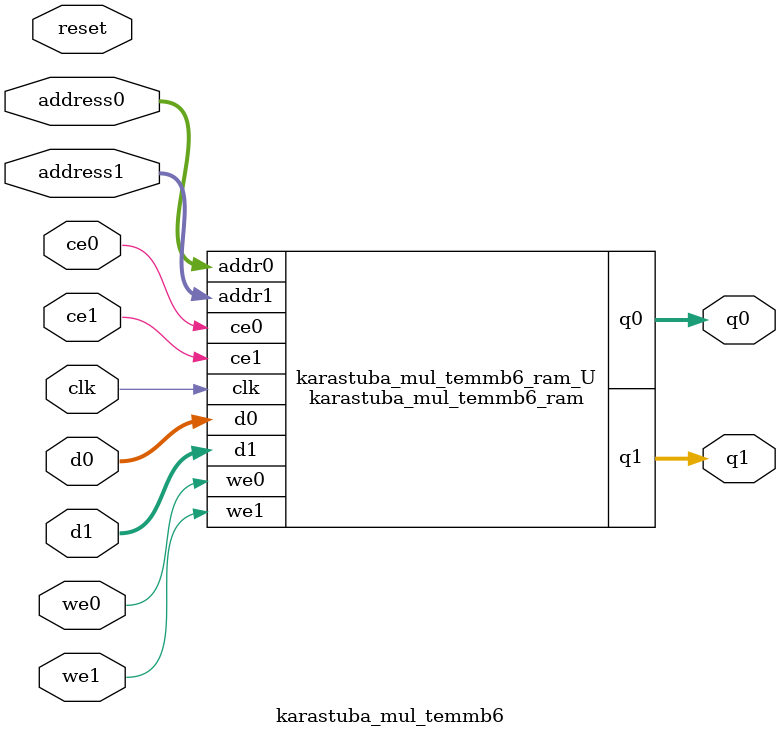
<source format=v>
`timescale 1 ns / 1 ps
module karastuba_mul_temmb6_ram (addr0, ce0, d0, we0, q0, addr1, ce1, d1, we1, q1,  clk);

parameter DWIDTH = 64;
parameter AWIDTH = 4;
parameter MEM_SIZE = 16;

input[AWIDTH-1:0] addr0;
input ce0;
input[DWIDTH-1:0] d0;
input we0;
output reg[DWIDTH-1:0] q0;
input[AWIDTH-1:0] addr1;
input ce1;
input[DWIDTH-1:0] d1;
input we1;
output reg[DWIDTH-1:0] q1;
input clk;

(* ram_style = "block" *)reg [DWIDTH-1:0] ram[0:MEM_SIZE-1];




always @(posedge clk)  
begin 
    if (ce0) begin
        if (we0) 
            ram[addr0] <= d0; 
        q0 <= ram[addr0];
    end
end


always @(posedge clk)  
begin 
    if (ce1) begin
        if (we1) 
            ram[addr1] <= d1; 
        q1 <= ram[addr1];
    end
end


endmodule

`timescale 1 ns / 1 ps
module karastuba_mul_temmb6(
    reset,
    clk,
    address0,
    ce0,
    we0,
    d0,
    q0,
    address1,
    ce1,
    we1,
    d1,
    q1);

parameter DataWidth = 32'd64;
parameter AddressRange = 32'd16;
parameter AddressWidth = 32'd4;
input reset;
input clk;
input[AddressWidth - 1:0] address0;
input ce0;
input we0;
input[DataWidth - 1:0] d0;
output[DataWidth - 1:0] q0;
input[AddressWidth - 1:0] address1;
input ce1;
input we1;
input[DataWidth - 1:0] d1;
output[DataWidth - 1:0] q1;



karastuba_mul_temmb6_ram karastuba_mul_temmb6_ram_U(
    .clk( clk ),
    .addr0( address0 ),
    .ce0( ce0 ),
    .we0( we0 ),
    .d0( d0 ),
    .q0( q0 ),
    .addr1( address1 ),
    .ce1( ce1 ),
    .we1( we1 ),
    .d1( d1 ),
    .q1( q1 ));

endmodule


</source>
